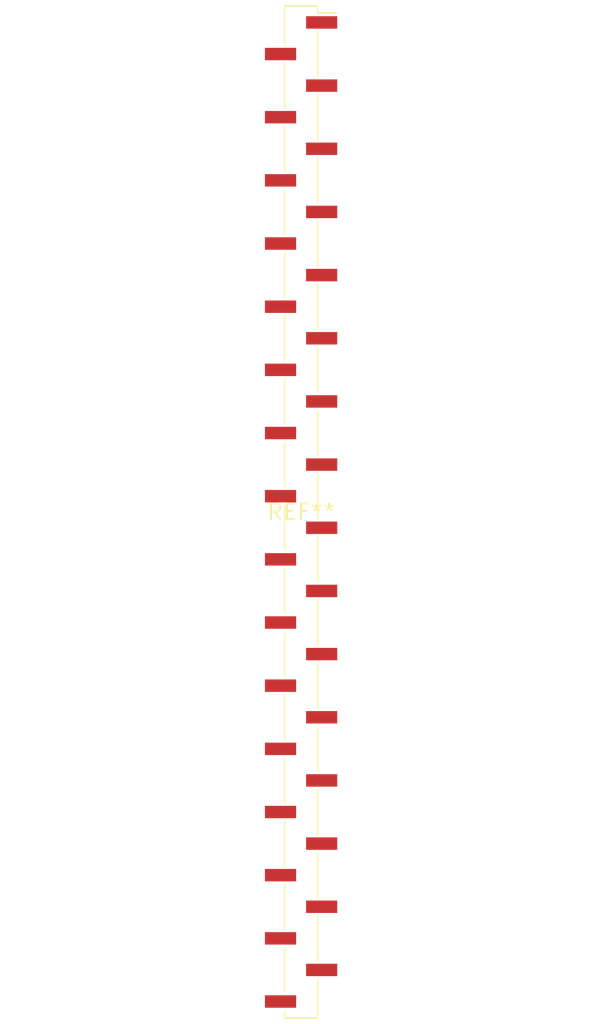
<source format=kicad_pcb>
(kicad_pcb (version 20240108) (generator pcbnew)
  (layers (0 "F.Cu" signal) (31 "B.Cu" signal) (34 "B.Paste" user) (35 "F.Paste" user) (36 "B.SilkS" user "B.Silkscreen") (37 "F.SilkS" user "F.Silkscreen") (38 "B.Mask" user) (39 "F.Mask" user) (44 "Edge.Cuts" user))
  (net 0 "")
  (footprint "PinHeader_1x32_P2.54mm_Vertical_SMD_Pin1Right" (layer "F.Cu") (at 0 0)
    (property "Reference" "REF**")
    (property "Value" "PinHeader_1x32_P2.54mm_Vertical_SMD_Pin1Right")
    (fp_line (start -1.33 -40.7) (end -1.33 -37.59) (layer "F.SilkS") (stroke (width 0.12)))
    (fp_line (start -1.33 -40.7) (end 1.33 -40.7) (layer "F.SilkS") (stroke (width 0.12)))
    (fp_line (start -1.33 -36.07) (end -1.33 -32.51) (layer "F.SilkS") (stroke (width 0.12)))
    (fp_line (start -1.33 -30.99) (end -1.33 -27.43) (layer "F.SilkS") (stroke (width 0.12)))
    (fp_line (start -1.33 -25.91) (end -1.33 -22.35) (layer "F.SilkS") (stroke (width 0.12)))
    (fp_line (start -1.33 -20.83) (end -1.33 -17.27) (layer "F.SilkS") (stroke (width 0.12)))
    (fp_line (start -1.33 -15.75) (end -1.33 -12.19) (layer "F.SilkS") (stroke (width 0.12)))
    (fp_line (start -1.33 -10.67) (end -1.33 -7.11) (layer "F.SilkS") (stroke (width 0.12)))
    (fp_line (start -1.33 -5.59) (end -1.33 -2.03) (layer "F.SilkS") (stroke (width 0.12)))
    (fp_line (start -1.33 -0.51) (end -1.33 3.05) (layer "F.SilkS") (stroke (width 0.12)))
    (fp_line (start -1.33 4.57) (end -1.33 8.13) (layer "F.SilkS") (stroke (width 0.12)))
    (fp_line (start -1.33 9.65) (end -1.33 13.21) (layer "F.SilkS") (stroke (width 0.12)))
    (fp_line (start -1.33 14.73) (end -1.33 18.29) (layer "F.SilkS") (stroke (width 0.12)))
    (fp_line (start -1.33 19.81) (end -1.33 23.37) (layer "F.SilkS") (stroke (width 0.12)))
    (fp_line (start -1.33 24.89) (end -1.33 28.45) (layer "F.SilkS") (stroke (width 0.12)))
    (fp_line (start -1.33 29.97) (end -1.33 33.53) (layer "F.SilkS") (stroke (width 0.12)))
    (fp_line (start -1.33 35.05) (end -1.33 38.61) (layer "F.SilkS") (stroke (width 0.12)))
    (fp_line (start -1.33 40.13) (end -1.33 40.7) (layer "F.SilkS") (stroke (width 0.12)))
    (fp_line (start -1.33 40.7) (end 1.33 40.7) (layer "F.SilkS") (stroke (width 0.12)))
    (fp_line (start 1.33 -40.7) (end 1.33 -40.13) (layer "F.SilkS") (stroke (width 0.12)))
    (fp_line (start 1.33 -40.13) (end 2.85 -40.13) (layer "F.SilkS") (stroke (width 0.12)))
    (fp_line (start 1.33 -38.61) (end 1.33 -35.05) (layer "F.SilkS") (stroke (width 0.12)))
    (fp_line (start 1.33 -33.53) (end 1.33 -29.97) (layer "F.SilkS") (stroke (width 0.12)))
    (fp_line (start 1.33 -28.45) (end 1.33 -24.89) (layer "F.SilkS") (stroke (width 0.12)))
    (fp_line (start 1.33 -23.37) (end 1.33 -19.81) (layer "F.SilkS") (stroke (width 0.12)))
    (fp_line (start 1.33 -18.29) (end 1.33 -14.73) (layer "F.SilkS") (stroke (width 0.12)))
    (fp_line (start 1.33 -13.21) (end 1.33 -9.65) (layer "F.SilkS") (stroke (width 0.12)))
    (fp_line (start 1.33 -8.13) (end 1.33 -4.57) (layer "F.SilkS") (stroke (width 0.12)))
    (fp_line (start 1.33 -3.05) (end 1.33 0.51) (layer "F.SilkS") (stroke (width 0.12)))
    (fp_line (start 1.33 2.03) (end 1.33 5.59) (layer "F.SilkS") (stroke (width 0.12)))
    (fp_line (start 1.33 7.11) (end 1.33 10.67) (layer "F.SilkS") (stroke (width 0.12)))
    (fp_line (start 1.33 12.19) (end 1.33 15.75) (layer "F.SilkS") (stroke (width 0.12)))
    (fp_line (start 1.33 17.27) (end 1.33 20.83) (layer "F.SilkS") (stroke (width 0.12)))
    (fp_line (start 1.33 22.35) (end 1.33 25.91) (layer "F.SilkS") (stroke (width 0.12)))
    (fp_line (start 1.33 27.43) (end 1.33 30.99) (layer "F.SilkS") (stroke (width 0.12)))
    (fp_line (start 1.33 32.51) (end 1.33 36.07) (layer "F.SilkS") (stroke (width 0.12)))
    (fp_line (start 1.33 37.59) (end 1.33 40.7) (layer "F.SilkS") (stroke (width 0.12)))
    (pad "1" smd rect (at 1.655 -39.37) (size 2.51 1) (layers "F.Cu" "F.Paste" "F.Mask"))
    (pad "2" smd rect (at -1.655 -36.83) (size 2.51 1) (layers "F.Cu" "F.Paste" "F.Mask"))
    (pad "3" smd rect (at 1.655 -34.29) (size 2.51 1) (layers "F.Cu" "F.Paste" "F.Mask"))
    (pad "4" smd rect (at -1.655 -31.75) (size 2.51 1) (layers "F.Cu" "F.Paste" "F.Mask"))
    (pad "5" smd rect (at 1.655 -29.21) (size 2.51 1) (layers "F.Cu" "F.Paste" "F.Mask"))
    (pad "6" smd rect (at -1.655 -26.67) (size 2.51 1) (layers "F.Cu" "F.Paste" "F.Mask"))
    (pad "7" smd rect (at 1.655 -24.13) (size 2.51 1) (layers "F.Cu" "F.Paste" "F.Mask"))
    (pad "8" smd rect (at -1.655 -21.59) (size 2.51 1) (layers "F.Cu" "F.Paste" "F.Mask"))
    (pad "9" smd rect (at 1.655 -19.05) (size 2.51 1) (layers "F.Cu" "F.Paste" "F.Mask"))
    (pad "10" smd rect (at -1.655 -16.51) (size 2.51 1) (layers "F.Cu" "F.Paste" "F.Mask"))
    (pad "11" smd rect (at 1.655 -13.97) (size 2.51 1) (layers "F.Cu" "F.Paste" "F.Mask"))
    (pad "12" smd rect (at -1.655 -11.43) (size 2.51 1) (layers "F.Cu" "F.Paste" "F.Mask"))
    (pad "13" smd rect (at 1.655 -8.89) (size 2.51 1) (layers "F.Cu" "F.Paste" "F.Mask"))
    (pad "14" smd rect (at -1.655 -6.35) (size 2.51 1) (layers "F.Cu" "F.Paste" "F.Mask"))
    (pad "15" smd rect (at 1.655 -3.81) (size 2.51 1) (layers "F.Cu" "F.Paste" "F.Mask"))
    (pad "16" smd rect (at -1.655 -1.27) (size 2.51 1) (layers "F.Cu" "F.Paste" "F.Mask"))
    (pad "17" smd rect (at 1.655 1.27) (size 2.51 1) (layers "F.Cu" "F.Paste" "F.Mask"))
    (pad "18" smd rect (at -1.655 3.81) (size 2.51 1) (layers "F.Cu" "F.Paste" "F.Mask"))
    (pad "19" smd rect (at 1.655 6.35) (size 2.51 1) (layers "F.Cu" "F.Paste" "F.Mask"))
    (pad "20" smd rect (at -1.655 8.89) (size 2.51 1) (layers "F.Cu" "F.Paste" "F.Mask"))
    (pad "21" smd rect (at 1.655 11.43) (size 2.51 1) (layers "F.Cu" "F.Paste" "F.Mask"))
    (pad "22" smd rect (at -1.655 13.97) (size 2.51 1) (layers "F.Cu" "F.Paste" "F.Mask"))
    (pad "23" smd rect (at 1.655 16.51) (size 2.51 1) (layers "F.Cu" "F.Paste" "F.Mask"))
    (pad "24" smd rect (at -1.655 19.05) (size 2.51 1) (layers "F.Cu" "F.Paste" "F.Mask"))
    (pad "25" smd rect (at 1.655 21.59) (size 2.51 1) (layers "F.Cu" "F.Paste" "F.Mask"))
    (pad "26" smd rect (at -1.655 24.13) (size 2.51 1) (layers "F.Cu" "F.Paste" "F.Mask"))
    (pad "27" smd rect (at 1.655 26.67) (size 2.51 1) (layers "F.Cu" "F.Paste" "F.Mask"))
    (pad "28" smd rect (at -1.655 29.21) (size 2.51 1) (layers "F.Cu" "F.Paste" "F.Mask"))
    (pad "29" smd rect (at 1.655 31.75) (size 2.51 1) (layers "F.Cu" "F.Paste" "F.Mask"))
    (pad "30" smd rect (at -1.655 34.29) (size 2.51 1) (layers "F.Cu" "F.Paste" "F.Mask"))
    (pad "31" smd rect (at 1.655 36.83) (size 2.51 1) (layers "F.Cu" "F.Paste" "F.Mask"))
    (pad "32" smd rect (at -1.655 39.37) (size 2.51 1) (layers "F.Cu" "F.Paste" "F.Mask"))
  )
)
</source>
